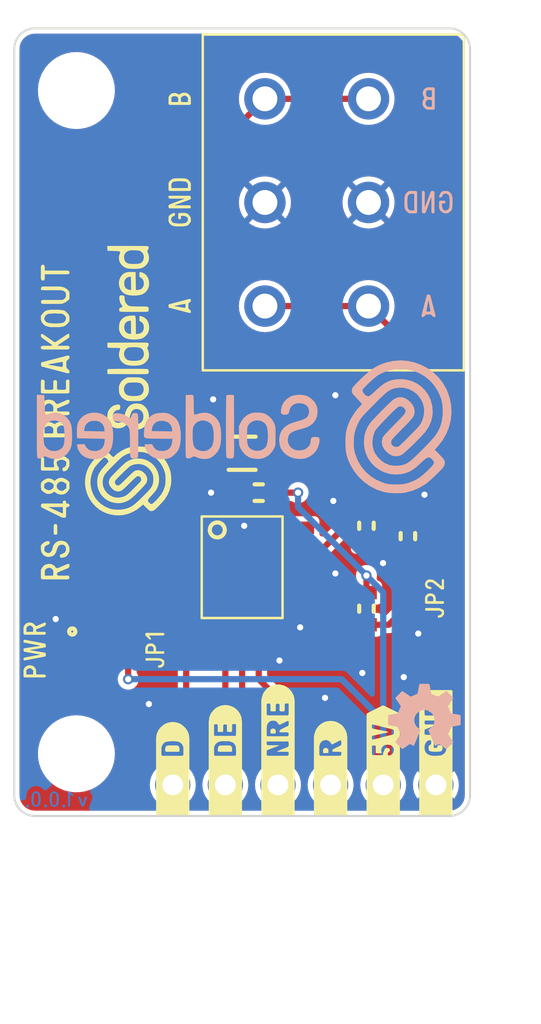
<source format=kicad_pcb>
(kicad_pcb (version 20210623) (generator pcbnew)
  (title_block (title "RS-485 breakout") (date "2021-07-28") (rev "V1.0.0.") (company "SOLDERED") (comment 1 "333068"))
  (layers (0 "F.Cu" signal) (31 "B.Cu" signal) (34 "B.Paste" user) (35 "F.Paste" user) (36 "B.SilkS" user "B.Silkscreen") (37 "F.SilkS" user "F.Silkscreen") (38 "B.Mask" user) (39 "F.Mask" user) (44 "Edge.Cuts" user))
  (net 0 "")
  (net 1 "GND")
  (net 2 "5V")
  (net 3 "Net-(D1-Pad1)")
  (net 4 "Net-(JP1-Pad2)")
  (net 5 "Net-(JP2-Pad1)")
  (net 6 "A")
  (net 7 "B")
  (net 8 "D")
  (net 9 "DE")
  (net 10 "REn")
  (net 11 "R")
  (footprint "e-radionica.com footprinti:0603R" (layer "F.Cu") (at 119 136.5 -90)
    (fp_text reference "R2")
    (fp_text value "120R")
    (pad "1" smd rect locked (at -0.775 0) (size 1 0.64) (layers "F.Cu" "F.Paste" "F.Mask") (net 7 "B"))
    (pad "2" smd rect locked (at 0.775 0) (size 1 0.64) (layers "F.Cu" "F.Paste" "F.Mask") (net 5 "Net-(JP2-Pad1)"))
  )
  (footprint "buzzardLabel" (layer "F.Cu") (at 106.8 142 90)
    (fp_text reference "" (at 0 0 90) (layer "F.SilkS") (effects (font (size 1.27 1.27))))
    (fp_text value "" (at 0 0 90) (layer "F.SilkS") (effects (font (size 1.27 1.27))))
  )
  (footprint "e-radionica.com footprinti:0603R" (layer "F.Cu") (at 117 140 90)
    (fp_text reference "R4")
    (fp_text value "20k")
    (pad "1" smd rect locked (at -0.775 0 180) (size 1 0.64) (layers "F.Cu" "F.Paste" "F.Mask") (net 6 "A"))
    (pad "2" smd rect locked (at 0.775 0 180) (size 1 0.64) (layers "F.Cu" "F.Paste" "F.Mask") (net 2 "5V"))
  )
  (footprint "buzzardLabel" (layer "F.Cu") (at 101 142 90)
    (fp_text reference "" (at 0 0 90) (layer "F.SilkS") (effects (font (size 1.27 1.27))))
    (fp_text value "" (at 0 0 90) (layer "F.SilkS") (effects (font (size 1.27 1.27))))
  )
  (footprint "e-radionica.com footprinti:HOLE_3.2mm" (layer "F.Cu") (at 103 115)
    (fp_text reference "H2" hide)
    (fp_text value "HOLE_3.2mm" hide)
    (pad "" np_thru_hole circle locked (at 0 0) (size 3.2 3.2) (drill 3.2) (layers F&B.Cu *.Mask))
  )
  (footprint "buzzardLabel" (layer "F.Cu") (at 107.65 150.4 90)
    (fp_text reference "" (at 0 0 90) (layer "F.SilkS") (effects (font (size 1.27 1.27))))
    (fp_text value "" (at 0 0 90) (layer "F.SilkS") (effects (font (size 1.27 1.27))))
  )
  (footprint "buzzardLabel" (layer "F.Cu") (at 112.73 150.4 90)
    (fp_text reference "" (at 0 0 90) (layer "F.SilkS") (effects (font (size 1.27 1.27))))
    (fp_text value "" (at 0 0 90) (layer "F.SilkS") (effects (font (size 1.27 1.27))))
  )
  (footprint "e-radionica.com footprinti:SMD_JUMPER_CONNECTED" (layer "F.Cu") (at 119 139.5 -90)
    (fp_text reference "JP2")
    (fp_text value "SMD-JUMPER-CONNECTED")
    (pad "1" smd rect (at -0.35 0 270) (size 0.5 1) (layers "F.Cu" "F.Paste" "F.Mask") (net 5 "Net-(JP2-Pad1)"))
    (pad "2" smd rect (at 0.35 0 270) (size 0.5 1) (layers "F.Cu" "F.Paste" "F.Mask") (net 6 "A"))
  )
  (footprint "e-radionica.com footprinti:0402R" (layer "F.Cu") (at 103.5 142 -90)
    (fp_text reference "R3")
    (fp_text value "2k2")
    (pad "1" smd rect locked (at -0.5 0) (size 0.64 0.54) (layers "F.Cu" "F.Paste" "F.Mask") (net 4 "Net-(JP1-Pad2)"))
    (pad "2" smd rect locked (at 0.5 0) (size 0.64 0.54) (layers "F.Cu" "F.Paste" "F.Mask") (net 3 "Net-(D1-Pad1)"))
  )
  (footprint "e-radionica.com footprinti:TERMINAL_KF235-5.0-3P" (layer "F.Cu") (at 114.6 120.4 90)
    (fp_text reference "K1")
    (fp_text value "TERMINAL_KF235-5.0-3P")
    (pad "1" thru_hole circle (at 5 2.5 90) (size 2 2) (drill 1.2) (layers *.Cu *.Mask) (net 7 "B"))
    (pad "1" thru_hole circle (at 5 -2.5 90) (size 2 2) (drill 1.2) (layers *.Cu *.Mask) (net 7 "B"))
    (pad "2" thru_hole circle (at 0 2.5 90) (size 2 2) (drill 1.2) (layers *.Cu *.Mask) (net 1 "GND"))
    (pad "2" thru_hole circle (at 0 -2.5 90) (size 2 2) (drill 1.2) (layers *.Cu *.Mask) (net 1 "GND"))
    (pad "3" thru_hole circle (at -5 -2.5 90) (size 2 2) (drill 1.2) (layers *.Cu *.Mask) (net 6 "A"))
    (pad "3" thru_hole circle (at -5 2.5 90) (size 2 2) (drill 1.2) (layers *.Cu *.Mask) (net 6 "A"))
  )
  (footprint "e-radionica.com footprinti:SOIC-8-SWB" (layer "F.Cu") (at 111 138)
    (fp_text reference "U1")
    (fp_text value "SN65176BDR")
    (pad "1" smd rect (at -2.7 -1.905) (size 1.55 0.6) (layers "F.Cu" "F.Paste" "F.Mask") (net 11 "R"))
    (pad "2" smd rect (at -2.7 -0.635) (size 1.55 0.6) (layers "F.Cu" "F.Paste" "F.Mask") (net 10 "REn"))
    (pad "3" smd rect (at -2.7 0.635) (size 1.55 0.6) (layers "F.Cu" "F.Paste" "F.Mask") (net 9 "DE"))
    (pad "4" smd rect (at -2.7 1.905) (size 1.55 0.6) (layers "F.Cu" "F.Paste" "F.Mask") (net 8 "D"))
    (pad "5" smd rect (at 2.7 1.905) (size 1.55 0.6) (layers "F.Cu" "F.Paste" "F.Mask") (net 1 "GND"))
    (pad "6" smd rect (at 2.7 0.635) (size 1.55 0.6) (layers "F.Cu" "F.Paste" "F.Mask") (net 6 "A"))
    (pad "7" smd rect (at 2.7 -0.635) (size 1.55 0.6) (layers "F.Cu" "F.Paste" "F.Mask") (net 7 "B"))
    (pad "8" smd rect (at 2.7 -1.905) (size 1.55 0.6) (layers "F.Cu" "F.Paste" "F.Mask") (net 2 "5V"))
  )
  (footprint "e-radionica.com footprinti:0402LED" (layer "F.Cu") (at 102.2 142 90)
    (fp_text reference "D1")
    (fp_text value "purple")
    (pad "1" smd rect locked (at -0.55 0 180) (size 0.75 0.45) (layers "F.Cu" "F.Paste" "F.Mask") (net 3 "Net-(D1-Pad1)"))
    (pad "2" smd rect locked (at 0.55 0 180) (size 0.75 0.45) (layers "F.Cu" "F.Paste" "F.Mask") (net 1 "GND"))
  )
  (footprint "Soldered Graphics:Logo-Front-SolderedFULL-13mm" (layer "F.Cu") (at 105.5 129 90)
    (fp_text reference "REF**" hide)
    (fp_text value "Logo-Front-SolderedFULL-13mm" hide)
  )
  (footprint "buzzardLabel" (layer "F.Cu") (at 120.35 150.4 90)
    (fp_text reference "" (at 0 0 90) (layer "F.SilkS") (effects (font (size 1.27 1.27))))
    (fp_text value "" (at 0 0 90) (layer "F.SilkS") (effects (font (size 1.27 1.27))))
  )
  (footprint "buzzardLabel" (layer "F.Cu") (at 115.27 150.4 90)
    (fp_text reference "" (at 0 0 90) (layer "F.SilkS") (effects (font (size 1.27 1.27))))
    (fp_text value "" (at 0 0 90) (layer "F.SilkS") (effects (font (size 1.27 1.27))))
  )
  (footprint "Soldered Graphics:Logo-Back-SolderedFULL-20mm" (layer "F.Cu") (at 111.1 131.23)
    (fp_text reference "REF**" hide)
    (fp_text value "Logo-Front-SolderedFULL-20mm" hide)
  )
  (footprint "e-radionica.com footprinti:0603R" (layer "F.Cu") (at 117 136 90)
    (fp_text reference "R1")
    (fp_text value "20k")
    (pad "1" smd rect locked (at -0.775 0 180) (size 1 0.64) (layers "F.Cu" "F.Paste" "F.Mask") (net 1 "GND"))
    (pad "2" smd rect locked (at 0.775 0 180) (size 1 0.64) (layers "F.Cu" "F.Paste" "F.Mask") (net 7 "B"))
  )
  (footprint "Soldered Graphics:Logo-Back-OSH-3.5mm" (layer "F.Cu") (at 119.8 145.2)
    (fp_text reference "G***" hide)
    (fp_text value "LOGO" hide)
  )
  (footprint "buzzardLabel" (layer "F.Cu") (at 102 131 90)
    (fp_text reference "" (at 0 0 90) (layer "F.SilkS") (effects (font (size 1.27 1.27))))
    (fp_text value "" (at 0 0 90) (layer "F.SilkS") (effects (font (size 1.27 1.27))))
  )
  (footprint "buzzardLabel" (layer "F.Cu") (at 120.3 139.5 90)
    (fp_text reference "" (at 0 0 90) (layer "F.SilkS") (effects (font (size 1.27 1.27))))
    (fp_text value "" (at 0 0 90) (layer "F.SilkS") (effects (font (size 1.27 1.27))))
  )
  (footprint "e-radionica.com footprinti:FIDUCIAL_23" (layer "F.Cu") (at 102.7 119.6)
    (fp_text reference "FD1")
    (fp_text value "FIDUCIAL")
    (fp_circle (center 0 0) (end 1 0) (layer "F.Cu") (width 0.2) (fill none))
    (pad "1" smd circle (at 0 0) (size 1 1) (layers "F.Cu" "F.Paste" "F.Mask") (clearance 1.1))
  )
  (footprint "e-radionica.com footprinti:SMD-JUMPER-CONNECTED_TRACE_SLODERMASK" (layer "F.Cu") (at 105.5 142 90)
    (fp_text reference "JP1")
    (fp_text value "SMD-JUMPER-CONNECTED_TRACE_SLODERMASK")
    (fp_poly (pts (xy 0.1 0.1) (xy -0.1 0.1) (xy -0.1 -0.1) (xy 0.1 -0.1)) (layer "F.Cu") (width 0.1) (fill solid))
    (pad "1" smd rect (at -0.35 0 90) (size 0.5 1) (layers "F.Cu" "F.Mask") (net 2 "5V"))
    (pad "2" smd rect (at 0.35 0 90) (size 0.5 1) (layers "F.Cu" "F.Mask") (net 4 "Net-(JP1-Pad2)"))
  )
  (footprint "buzzardLabel" (layer "F.Cu") (at 117.81 150.4 90)
    (fp_text reference "" (at 0 0 90) (layer "F.SilkS") (effects (font (size 1.27 1.27))))
    (fp_text value "" (at 0 0 90) (layer "F.SilkS") (effects (font (size 1.27 1.27))))
  )
  (footprint "buzzardLabel" (layer "F.Cu") (at 108 115.4 90)
    (fp_text reference "" (at 0 0 90) (layer "F.SilkS") (effects (font (size 1.27 1.27))))
    (fp_text value "" (at 0 0 90) (layer "F.SilkS") (effects (font (size 1.27 1.27))))
  )
  (footprint "buzzardLabel" (layer "F.Cu") (at 108 125.4 90)
    (fp_text reference "" (at 0 0 90) (layer "F.SilkS") (effects (font (size 1.27 1.27))))
    (fp_text value "" (at 0 0 90) (layer "F.SilkS") (effects (font (size 1.27 1.27))))
  )
  (footprint "e-radionica.com footprinti:1206C" (layer "F.Cu") (at 111 132.5)
    (fp_text reference "C1")
    (fp_text value "10u")
    (pad "1" smd rect locked (at -1.525 0 90) (size 1.75 1) (layers "F.Cu" "F.Paste" "F.Mask") (net 1 "GND"))
    (pad "2" smd rect locked (at 1.525 0 90) (size 1.75 1) (layers "F.Cu" "F.Paste" "F.Mask") (net 2 "5V"))
  )
  (footprint "buzzardLabel" (layer "F.Cu") (at 108 120.4 90)
    (fp_text reference "" (at 0 0 90) (layer "F.SilkS") (effects (font (size 1.27 1.27))))
    (fp_text value "" (at 0 0 90) (layer "F.SilkS") (effects (font (size 1.27 1.27))))
  )
  (footprint "buzzardLabel" (layer "F.Cu") (at 110.19 150.4 90)
    (fp_text reference "" (at 0 0 90) (layer "F.SilkS") (effects (font (size 1.27 1.27))))
    (fp_text value "" (at 0 0 90) (layer "F.SilkS") (effects (font (size 1.27 1.27))))
  )
  (footprint "e-radionica.com footprinti:HOLE_3.2mm" (layer "F.Cu") (at 103 147)
    (fp_text reference "H1" hide)
    (fp_text value "HOLE_3.2mm" hide)
    (pad "" np_thru_hole circle locked (at 0 0) (size 3.2 3.2) (drill 3.2) (layers F&B.Cu *.Mask))
  )
  (footprint "e-radionica.com footprinti:0603C" (layer "F.Cu") (at 111.8 134.4)
    (fp_text reference "C2")
    (fp_text value "1u")
    (pad "1" smd rect locked (at -0.73 0) (size 0.66 1) (layers "F.Cu" "F.Paste" "F.Mask") (net 1 "GND"))
    (pad "2" smd rect locked (at 0.73 0) (size 0.66 1) (layers "F.Cu" "F.Paste" "F.Mask") (net 2 "5V"))
  )
  (footprint "e-radionica.com footprinti:HEADER_MALE_6X1" (layer "B.Cu") (at 114 148.5)
    (fp_text reference "K2")
    (fp_text value "HEADER_MALE_6X1")
    (pad "1" thru_hole circle locked (at -6.35 0) (size 1.7 1.7) (drill 1) (layers *.Cu *.Mask) (net 8 "D"))
    (pad "2" thru_hole circle locked (at -3.81 0) (size 1.7 1.7) (drill 1) (layers *.Cu *.Mask) (net 9 "DE"))
    (pad "3" thru_hole circle locked (at -1.27 0) (size 1.7 1.7) (drill 1) (layers *.Cu *.Mask) (net 10 "REn"))
    (pad "4" thru_hole circle locked (at 1.27 0) (size 1.7 1.7) (drill 1) (layers *.Cu *.Mask) (net 11 "R"))
    (pad "5" thru_hole circle locked (at 3.81 0) (size 1.7 1.7) (drill 1) (layers *.Cu *.Mask) (net 2 "5V"))
    (pad "6" thru_hole circle locked (at 6.35 0) (size 1.7 1.7) (drill 1) (layers *.Cu *.Mask) (net 1 "GND"))
  )
  (footprint "buzzardLabel" (layer "B.Cu") (at 120 120.4 180)
    (fp_text reference "" (at 0 0) (layer "B.SilkS") (effects (font (size 1.27 1.27)) (justify mirror)))
    (fp_text value "" (at 0 0) (layer "B.SilkS") (effects (font (size 1.27 1.27)) (justify mirror)))
  )
  (footprint "buzzardLabel" (layer "B.Cu") (at 120 125.4 180)
    (fp_text reference "" (at 0 0) (layer "B.SilkS") (effects (font (size 1.27 1.27)) (justify mirror)))
    (fp_text value "" (at 0 0) (layer "B.SilkS") (effects (font (size 1.27 1.27)) (justify mirror)))
  )
  (footprint "buzzardLabel" (layer "B.Cu") (at 120 115.4 180)
    (fp_text reference "" (at 0 0) (layer "B.SilkS") (effects (font (size 1.27 1.27)) (justify mirror)))
    (fp_text value "" (at 0 0) (layer "B.SilkS") (effects (font (size 1.27 1.27)) (justify mirror)))
  )
  (footprint "Soldered Graphics:Version1.0.0." (layer "B.Cu") (at 102 149.2 180)
    (fp_text reference "Ref**" hide)
    (fp_text value "Val**" hide)
    (fp_poly (pts (xy -1.33 -0.35) (xy -1.27 -0.35) (xy -1.25 -0.31) (xy -1.09 0.1) (xy -1.11 0.13) (xy -1.16 0.13) (xy -1.19 0.1) (xy -1.28 -0.16) (xy -1.3 -0.21) (xy -1.32 -0.17) (xy -1.41 0.09) (xy -1.44 0.13) (xy -1.49 0.13) (xy -1.51 0.1) (xy -1.36 -0.31) (xy -1.33 -0.35)) (layer "B.Cu") (width 0.01) (fill solid))
    (fp_poly (pts (xy 0.43 -0.38) (xy 0.48 -0.38) (xy 0.54 -0.37) (xy 0.54 -0.33) (xy 0.54 -0.27) (xy 0.5 -0.26) (xy 0.45 -0.26) (xy 0.42 -0.29) (xy 0.42 -0.34) (xy 0.43 -0.38)) (layer "B.Cu") (width 0.01) (fill solid))
    (fp_poly (pts (xy 0.93 -0.35) (xy 0.99 -0.35) (xy 1.04 -0.33) (xy 1.01 -0.28) (xy 0.91 -0.28) (xy 0.87 -0.25) (xy 0.85 -0.2) (xy 0.83 -0.15) (xy 0.83 -0.11) (xy 0.82 0.01) (xy 0.83 0.13) (xy 0.83 0.17) (xy 0.84 0.22) (xy 0.87 0.27) (xy 0.9 0.3) (xy 1.01 0.3) (xy 1.04 0.26) (xy 1.05 0.21) (xy 1.06 0.15) (xy 1.07 0.05) (xy 1.07 -0.08) (xy 1.06 -0.12) (xy 1.06 -0.17) (xy 1.04 -0.22) (xy 1.02 -0.27) (xy 1.01 -0.28) (xy 1.05 -0.32) (xy 1.09 -0.29) (xy 1.12 -0.26) (xy 1.14 -0.22) (xy 1.15 -0.16) (xy 1.16 -0.11) (xy 1.16 -0.06) (xy 1.16 0.06) (xy 1.16 0.12) (xy 1.15 0.17) (xy 1.14 0.22) (xy 1.13 0.27) (xy 1.1 0.3) (xy 1.06 0.34) (xy 1.01 0.37) (xy 0.95 0.38) (xy 0.9 0.38) (xy 0.84 0.35) (xy 0.8 0.31) (xy 0.78 0.28) (xy 0.75 0.23) (xy 0.74 0.18) (xy 0.74 0.13) (xy 0.73 0.08) (xy 0.73 -0.04) (xy 0.73 -0.1) (xy 0.74 -0.14) (xy 0.75 -0.2) (xy 0.77 -0.25) (xy 0.79 -0.28) (xy 0.83 -0.32) (xy 0.89 -0.35) (xy 0.93 -0.35)) (layer "B.Cu") (width 0.01) (fill solid))
    (fp_poly (pts (xy 0.06 -0.35) (xy 0.11 -0.35) (xy 0.17 -0.33) (xy 0.13 -0.28) (xy 0.03 -0.28) (xy -0.01 -0.25) (xy -0.03 -0.2) (xy -0.05 -0.15) (xy -0.05 -0.11) (xy -0.05 0.01) (xy -0.05 0.13) (xy -0.05 0.17) (xy -0.03 0.22) (xy -0.01 0.27) (xy 0.02 0.3) (xy 0.13 0.3) (xy 0.16 0.26) (xy 0.18 0.21) (xy 0.18 0.15) (xy 0.19 0.05) (xy 0.19 -0.08) (xy 0.19 -0.12) (xy 0.18 -0.17) (xy 0.16 -0.22) (xy 0.14 -0.27) (xy 0.14 -0.28) (xy 0.17 -0.32) (xy 0.21 -0.29) (xy 0.24 -0.26) (xy 0.26 -0.22) (xy 0.27 -0.16) (xy 0.28 -0.11) (xy 0.28 -0.06) (xy 0.28 0.06) (xy 0.28 0.12) (xy 0.27 0.17) (xy 0.26 0.22) (xy 0.25 0.27) (xy 0.22 0.3) (xy 0.19 0.34) (xy 0.13 0.37) (xy 0.08 0.38) (xy 0.02 0.38) (xy -0.03 0.35) (xy -0.08 0.31) (xy -0.1 0.28) (xy -0.12 0.23) (xy -0.14 0.18) (xy -0.14 0.13) (xy -0.15 0.08) (xy -0.15 -0.04) (xy -0.14 -0.1) (xy -0.14 -0.14) (xy -0.13 -0.2) (xy -0.11 -0.25) (xy -0.08 -0.28) (xy -0.05 -0.32) (xy 0.01 -0.35) (xy 0.06 -0.35)) (layer "B.Cu") (width 0.01) (fill solid))
    (fp_poly (pts (xy 1.31 -0.38) (xy 1.36 -0.38) (xy 1.41 -0.37) (xy 1.42 -0.33) (xy 1.42 -0.27) (xy 1.38 -0.26) (xy 1.33 -0.26) (xy 1.3 -0.29) (xy 1.3 -0.34) (xy 1.31 -0.38)) (layer "B.Cu") (width 0.01) (fill solid))
    (fp_poly (pts (xy -0.44 -0.38) (xy -0.39 -0.38) (xy -0.34 -0.37) (xy -0.34 -0.33) (xy -0.34 -0.27) (xy -0.38 -0.26) (xy -0.43 -0.26) (xy -0.46 -0.29) (xy -0.46 -0.34) (xy -0.44 -0.38)) (layer "B.Cu") (width 0.01) (fill solid))
    (fp_poly (pts (xy -0.67 -0.35) (xy -0.62 -0.35) (xy -0.6 -0.31) (xy -0.6 0.35) (xy -0.64 0.38) (xy -0.69 0.38) (xy -0.73 0.34) (xy -0.84 0.22) (xy -0.86 0.17) (xy -0.83 0.16) (xy -0.73 0.22) (xy -0.69 0.23) (xy -0.69 -0.31) (xy -0.67 -0.35)) (layer "B.Cu") (width 0.01) (fill solid))
  )
  (gr_arc (start 121 149) (end 121 150) (angle -90) (layer "Edge.Cuts") (width 0.1))
  (gr_arc (start 121 113) (end 121 112) (angle 90) (layer "Edge.Cuts") (width 0.1))
  (gr_arc (start 101 149) (end 101 150) (angle 90) (layer "Edge.Cuts") (width 0.1))
  (gr_line (start 122 113) (end 122 149) (layer "Edge.Cuts") (width 0.1))
  (gr_line (start 121 150) (end 101 150) (layer "Edge.Cuts") (width 0.1))
  (gr_line (start 101 112) (end 121 112) (layer "Edge.Cuts") (width 0.1))
  (gr_line (start 100 149) (end 100 113) (layer "Edge.Cuts") (width 0.1))
  (gr_arc (start 101 113) (end 101 112) (angle -90) (layer "Edge.Cuts") (width 0.1))
  (via (at 102 140.5) (size 0.5) (drill 0.3) (layers "F.Cu" "B.Cu") (net 1))
  (via (at 113.8 140.9) (size 0.5) (drill 0.3) (layers "F.Cu" "B.Cu") (net 1))
  (via (at 112.8 142.5) (size 0.5) (drill 0.3) (layers "F.Cu" "B.Cu") (net 1))
  (via (at 118.8 143.3) (size 0.5) (drill 0.3) (layers "F.Cu" "B.Cu") (net 1))
  (via (at 109.6 129.9) (size 0.5) (drill 0.3) (layers "F.Cu" "B.Cu") (net 1))
  (via (at 111.1 136) (size 0.5) (drill 0.3) (layers "F.Cu" "B.Cu") (net 1))
  (via (at 115.5 138.3) (size 0.5) (drill 0.3) (layers "F.Cu" "B.Cu") (net 1))
  (via (at 109.5 134.4) (size 0.5) (drill 0.3) (layers "F.Cu" "B.Cu") (net 1))
  (via (at 115.5 129.7) (size 0.5) (drill 0.3) (layers "F.Cu" "B.Cu") (net 1))
  (via (at 106.5 144.6) (size 0.5) (drill 0.3) (layers "F.Cu" "B.Cu") (net 1))
  (via (at 119.8 134.5) (size 0.5) (drill 0.3) (layers "F.Cu" "B.Cu") (net 1))
  (via (at 115.4 134.8) (size 0.5) (drill 0.3) (layers "F.Cu" "B.Cu") (net 1))
  (via (at 116.8 143.1) (size 0.5) (drill 0.3) (layers "F.Cu" "B.Cu") (net 1))
  (via (at 115 144.3) (size 0.5) (drill 0.3) (layers "F.Cu" "B.Cu") (net 1))
  (via (at 117.8 137.8) (size 0.5) (drill 0.3) (layers "F.Cu" "B.Cu") (net 1))
  (via (at 119.5 141.2) (size 0.5) (drill 0.3) (layers "F.Cu" "B.Cu") (net 1))
  (segment (start 112.53 135.73) (end 112.53 134.4) (width 0.3) (layer "F.Cu") (net 2))
  (segment (start 113.7 136.095) (end 112.895 136.095) (width 0.3) (layer "F.Cu") (net 2))
  (segment (start 105.5 142.35) (end 105.5 143.4) (width 0.3) (layer "F.Cu") (net 2))
  (segment (start 112.53 134.4) (end 112.53 132.505) (width 0.3) (layer "F.Cu") (net 2))
  (segment (start 113.7 134.4) (end 112.53 134.4) (width 0.3) (layer "F.Cu") (net 2))
  (segment (start 112.53 132.505) (end 112.525 132.5) (width 0.3) (layer "F.Cu") (net 2))
  (segment (start 112.895 136.095) (end 112.53 135.73) (width 0.3) (layer "F.Cu") (net 2))
  (segment (start 117 139.225) (end 117 138.4) (width 0.3) (layer "F.Cu") (net 2))
  (via (at 105.5 143.4) (size 0.5) (drill 0.3) (layers "F.Cu" "B.Cu") (net 2))
  (via (at 117 138.4) (size 0.5) (drill 0.3) (layers "F.Cu" "B.Cu") (net 2))
  (via (at 113.7 134.4) (size 0.5) (drill 0.3) (layers "F.Cu" "B.Cu") (net 2))
  (segment (start 113.7 135.1) (end 117 138.4) (width 0.3) (layer "B.Cu") (net 2))
  (segment (start 117.81 145.41) (end 117.81 139.21) (width 0.3) (layer "B.Cu") (net 2))
  (segment (start 117.81 139.21) (end 117 138.4) (width 0.3) (layer "B.Cu") (net 2))
  (segment (start 115.8 143.4) (end 117.81 145.41) (width 0.3) (layer "B.Cu") (net 2))
  (segment (start 117.81 148.5) (end 117.81 145.41) (width 0.3) (layer "B.Cu") (net 2))
  (segment (start 113.7 134.4) (end 113.7 135.1) (width 0.3) (layer "B.Cu") (net 2))
  (segment (start 105.5 143.4) (end 115.8 143.4) (width 0.3) (layer "B.Cu") (net 2))
  (segment (start 102.25 142.5) (end 102.2 142.55) (width 0.3) (layer "F.Cu") (net 3))
  (segment (start 103.5 142.5) (end 102.25 142.5) (width 0.3) (layer "F.Cu") (net 3))
  (segment (start 103.45 142.55) (end 103.5 142.5) (width 0.3) (layer "F.Cu") (net 3))
  (segment (start 103.5 141.5) (end 105.35 141.5) (width 0.3) (layer "F.Cu") (net 4))
  (segment (start 105.35 141.5) (end 105.5 141.65) (width 0.3) (layer "F.Cu") (net 4))
  (segment (start 119 139.15) (end 119 137.275) (width 0.3) (layer "F.Cu") (net 5))
  (segment (start 116.675 140.775) (end 117 140.775) (width 0.3) (layer "F.Cu") (net 6))
  (segment (start 117.1 125.4) (end 120.9 129.2) (width 0.3) (layer "F.Cu") (net 6))
  (segment (start 118.075 140.775) (end 119 139.85) (width 0.3) (layer "F.Cu") (net 6))
  (segment (start 112.1 125.4) (end 117.1 125.4) (width 0.3) (layer "F.Cu") (net 6))
  (segment (start 120.9 129.2) (end 120.9 138.9) (width 0.3) (layer "F.Cu") (net 6))
  (segment (start 114.535 138.635) (end 116.675 140.775) (width 0.3) (layer "F.Cu") (net 6))
  (segment (start 117 140.775) (end 118.075 140.775) (width 0.3) (layer "F.Cu") (net 6))
  (segment (start 119.95 139.85) (end 119 139.85) (width 0.3) (layer "F.Cu") (net 6))
  (segment (start 120.9 138.9) (end 119.95 139.85) (width 0.3) (layer "F.Cu") (net 6))
  (segment (start 113.7 138.635) (end 114.535 138.635) (width 0.3) (layer "F.Cu") (net 6))
  (segment (start 116.775 135.225) (end 117 135.225) (width 0.3) (layer "F.Cu") (net 7))
  (segment (start 109.4 118.1) (end 112.1 115.4) (width 0.3) (layer "F.Cu") (net 7))
  (segment (start 109.4 126.6) (end 109.4 118.1) (width 0.3) (layer "F.Cu") (net 7))
  (segment (start 117.1 115.4) (end 112.1 115.4) (width 0.3) (layer "F.Cu") (net 7))
  (segment (start 114.635 137.365) (end 116.775 135.225) (width 0.3) (layer "F.Cu") (net 7))
  (segment (start 117 134.2) (end 109.4 126.6) (width 0.3) (layer "F.Cu") (net 7))
  (segment (start 113.7 137.365) (end 114.635 137.365) (width 0.3) (layer "F.Cu") (net 7))
  (segment (start 117 135.225) (end 118.5 135.225) (width 0.3) (layer "F.Cu") (net 7))
  (segment (start 117 135.225) (end 117 134.2) (width 0.3) (layer "F.Cu") (net 7))
  (segment (start 118.5 135.225) (end 119 135.725) (width 0.3) (layer "F.Cu") (net 7))
  (segment (start 108.3 144.1) (end 107.65 144.75) (width 0.3) (layer "F.Cu") (net 8))
  (segment (start 108.3 139.905) (end 108.3 144.1) (width 0.3) (layer "F.Cu") (net 8))
  (segment (start 107.65 144.75) (end 107.65 148.5) (width 0.3) (layer "F.Cu") (net 8))
  (segment (start 109.335 138.635) (end 110.19 139.49) (width 0.3) (layer "F.Cu") (net 9))
  (segment (start 108.3 138.635) (end 109.335 138.635) (width 0.3) (layer "F.Cu") (net 9))
  (segment (start 110.19 139.49) (end 110.19 148.5) (width 0.3) (layer "F.Cu") (net 9))
  (segment (start 108.3 137.365) (end 109.265 137.365) (width 0.3) (layer "F.Cu") (net 10))
  (segment (start 109.265 137.365) (end 111 139.1) (width 0.3) (layer "F.Cu") (net 10))
  (segment (start 111 144.8) (end 112.73 146.53) (width 0.3) (layer "F.Cu") (net 10))
  (segment (start 112.73 146.53) (end 112.73 148.5) (width 0.3) (layer "F.Cu") (net 10))
  (segment (start 111 139.1) (end 111 144.8) (width 0.3) (layer "F.Cu") (net 10))
  (segment (start 111.8 138.8) (end 111.8 143.4) (width 0.3) (layer "F.Cu") (net 11))
  (segment (start 108.3 136.095) (end 109.095 136.095) (width 0.3) (layer "F.Cu") (net 11))
  (segment (start 111.8 143.4) (end 115.27 146.87) (width 0.3) (layer "F.Cu") (net 11))
  (segment (start 109.095 136.095) (end 111.8 138.8) (width 0.3) (layer "F.Cu") (net 11))
  (segment (start 115.27 146.87) (end 115.27 148.5) (width 0.3) (layer "F.Cu") (net 11))
  (zone (net 1) (net_name "GND") (layers F&B.Cu) (connect_pads (clearance 0.254)) (min_thickness 0.254) (fill yes (thermal_gap 0.254) (thermal_bridge_width 0.3))
    (polygon (pts (xy 122 150) (xy 100 150) (xy 100 112) (xy 122 112)))
  )
)
</source>
